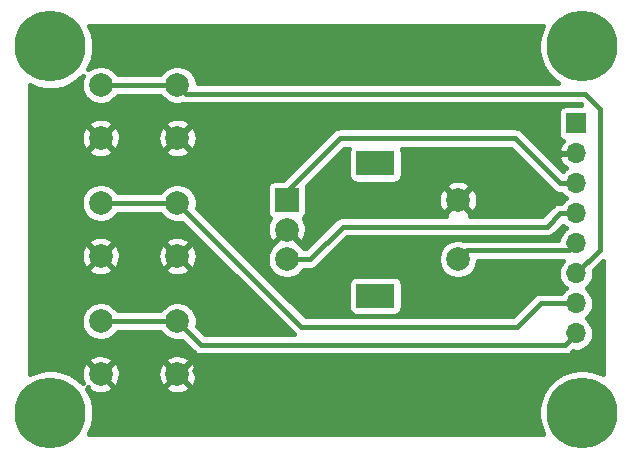
<source format=gbr>
G04 #@! TF.GenerationSoftware,KiCad,Pcbnew,(5.1.5)-3*
G04 #@! TF.CreationDate,2020-04-13T22:53:19+08:00*
G04 #@! TF.ProjectId,encoder_3btn,656e636f-6465-4725-9f33-62746e2e6b69,rev?*
G04 #@! TF.SameCoordinates,Original*
G04 #@! TF.FileFunction,Copper,L1,Top*
G04 #@! TF.FilePolarity,Positive*
%FSLAX46Y46*%
G04 Gerber Fmt 4.6, Leading zero omitted, Abs format (unit mm)*
G04 Created by KiCad (PCBNEW (5.1.5)-3) date 2020-04-13 22:53:19*
%MOMM*%
%LPD*%
G04 APERTURE LIST*
%ADD10C,2.000000*%
%ADD11R,2.000000X2.000000*%
%ADD12R,3.200000X2.000000*%
%ADD13C,6.000000*%
%ADD14C,0.800000*%
%ADD15O,1.700000X1.700000*%
%ADD16R,1.700000X1.700000*%
%ADD17C,1.000000*%
%ADD18C,0.400000*%
G04 APERTURE END LIST*
D10*
X113250000Y-125750000D03*
X113250000Y-130250000D03*
X106750000Y-125750000D03*
X106750000Y-130250000D03*
X113250000Y-115750000D03*
X113250000Y-120250000D03*
X106750000Y-115750000D03*
X106750000Y-120250000D03*
X113250000Y-105750000D03*
X113250000Y-110250000D03*
X106750000Y-105750000D03*
X106750000Y-110250000D03*
D11*
X122500000Y-115500000D03*
D10*
X122500000Y-118000000D03*
X122500000Y-120500000D03*
D12*
X130000000Y-112400000D03*
X130000000Y-123600000D03*
D10*
X137000000Y-115500000D03*
X137000000Y-120500000D03*
D13*
X147500000Y-102500000D03*
D14*
X149750000Y-102500000D03*
X149090990Y-104090990D03*
X147500000Y-104750000D03*
X145909010Y-104090990D03*
X145250000Y-102500000D03*
X145909010Y-100909010D03*
X147500000Y-100250000D03*
X149090990Y-100909010D03*
X104090990Y-100909010D03*
X102500000Y-100250000D03*
X100909010Y-100909010D03*
X100250000Y-102500000D03*
X100909010Y-104090990D03*
X102500000Y-104750000D03*
X104090990Y-104090990D03*
X104750000Y-102500000D03*
D13*
X102500000Y-102500000D03*
X102500000Y-133500000D03*
D14*
X104750000Y-133500000D03*
X104090990Y-135090990D03*
X102500000Y-135750000D03*
X100909010Y-135090990D03*
X100250000Y-133500000D03*
X100909010Y-131909010D03*
X102500000Y-131250000D03*
X104090990Y-131909010D03*
X149090990Y-131909010D03*
X147500000Y-131250000D03*
X145909010Y-131909010D03*
X145250000Y-133500000D03*
X145909010Y-135090990D03*
X147500000Y-135750000D03*
X149090990Y-135090990D03*
X149750000Y-133500000D03*
D13*
X147500000Y-133500000D03*
D15*
X147000000Y-126780000D03*
X147000000Y-124240000D03*
X147000000Y-121700000D03*
X147000000Y-119160000D03*
X147000000Y-116620000D03*
X147000000Y-114080000D03*
X147000000Y-111540000D03*
D16*
X147000000Y-109000000D03*
D17*
X107500000Y-102500000D03*
X112500000Y-102500000D03*
X117500000Y-102500000D03*
X122500000Y-102500000D03*
X127500000Y-102500000D03*
X132500000Y-102500000D03*
X137500000Y-102500000D03*
X142500000Y-102500000D03*
X140000000Y-105000000D03*
X135000000Y-105000000D03*
X130000000Y-105000000D03*
X125000000Y-105000000D03*
X120000000Y-105000000D03*
X110000000Y-110000000D03*
X110000000Y-120000000D03*
X110000000Y-130000000D03*
X102500000Y-107500000D03*
X102500000Y-112500000D03*
X102500000Y-117500000D03*
X102500000Y-122500000D03*
X102500000Y-127500000D03*
X122500000Y-110000000D03*
X127500000Y-115000000D03*
X132500000Y-115000000D03*
X142500000Y-132500000D03*
X107500000Y-132500000D03*
X120000000Y-130000000D03*
X125000000Y-130000000D03*
X130000000Y-130000000D03*
X135000000Y-130000000D03*
X140000000Y-130000000D03*
X145000000Y-130000000D03*
X115000000Y-130000000D03*
X137500000Y-125000000D03*
X137500000Y-112500000D03*
D18*
X122500000Y-114750000D02*
X122500000Y-115500000D01*
X127000000Y-110250000D02*
X122500000Y-114750000D01*
X147000000Y-114080000D02*
X145649700Y-114080000D01*
X141819700Y-110250000D02*
X127000000Y-110250000D01*
X145649700Y-114080000D02*
X141819700Y-110250000D01*
X145649700Y-116620000D02*
X147000000Y-116620000D01*
X144519700Y-117750000D02*
X145649700Y-116620000D01*
X122500000Y-120500000D02*
X124500000Y-120500000D01*
X127250000Y-117750000D02*
X144519700Y-117750000D01*
X124500000Y-120500000D02*
X127250000Y-117750000D01*
X106750000Y-125750000D02*
X113250000Y-125750000D01*
X147000000Y-126780000D02*
X146030000Y-127750000D01*
X115250000Y-127750000D02*
X113250000Y-125750000D01*
X146030000Y-127750000D02*
X115250000Y-127750000D01*
X106750000Y-115750000D02*
X113250000Y-115750000D01*
X142000000Y-126250000D02*
X123750000Y-126250000D01*
X123750000Y-126250000D02*
X113250000Y-115750000D01*
X147000000Y-124240000D02*
X144010000Y-124240000D01*
X144010000Y-124240000D02*
X142000000Y-126250000D01*
X106750000Y-105750000D02*
X113250000Y-105750000D01*
X147750000Y-106500000D02*
X114000000Y-106500000D01*
X147000000Y-121700000D02*
X149000000Y-119700000D01*
X114000000Y-106500000D02*
X113250000Y-105750000D01*
X149000000Y-107750000D02*
X147750000Y-106500000D01*
X149000000Y-119700000D02*
X149000000Y-107750000D01*
X137750000Y-119750000D02*
X137000000Y-120500000D01*
X147000000Y-119160000D02*
X146410000Y-119750000D01*
X146410000Y-119750000D02*
X137750000Y-119750000D01*
G36*
X105115330Y-105254128D02*
G01*
X105050000Y-105582565D01*
X105050000Y-105917435D01*
X105115330Y-106245872D01*
X105243479Y-106555252D01*
X105429523Y-106833687D01*
X105666313Y-107070477D01*
X105944748Y-107256521D01*
X106254128Y-107384670D01*
X106582565Y-107450000D01*
X106917435Y-107450000D01*
X107245872Y-107384670D01*
X107555252Y-107256521D01*
X107833687Y-107070477D01*
X108070477Y-106833687D01*
X108193213Y-106650000D01*
X111806787Y-106650000D01*
X111929523Y-106833687D01*
X112166313Y-107070477D01*
X112444748Y-107256521D01*
X112754128Y-107384670D01*
X113082565Y-107450000D01*
X113417435Y-107450000D01*
X113745872Y-107384670D01*
X113775503Y-107372396D01*
X113823569Y-107386977D01*
X113955793Y-107400000D01*
X113955795Y-107400000D01*
X113999999Y-107404354D01*
X114044203Y-107400000D01*
X147377208Y-107400000D01*
X147423821Y-107446613D01*
X146150000Y-107446613D01*
X146012776Y-107460128D01*
X145880825Y-107500155D01*
X145759219Y-107565155D01*
X145652630Y-107652630D01*
X145565155Y-107759219D01*
X145500155Y-107880825D01*
X145460128Y-108012776D01*
X145446613Y-108150000D01*
X145446613Y-109850000D01*
X145460128Y-109987224D01*
X145500155Y-110119175D01*
X145565155Y-110240781D01*
X145652630Y-110347370D01*
X145759219Y-110434845D01*
X145865593Y-110491703D01*
X145717285Y-110669857D01*
X145572176Y-110936822D01*
X145481937Y-111226967D01*
X145477702Y-111248268D01*
X145625909Y-111490000D01*
X146950000Y-111490000D01*
X146950000Y-111470000D01*
X147050000Y-111470000D01*
X147050000Y-111490000D01*
X147070000Y-111490000D01*
X147070000Y-111590000D01*
X147050000Y-111590000D01*
X147050000Y-111610000D01*
X146950000Y-111610000D01*
X146950000Y-111590000D01*
X145625909Y-111590000D01*
X145477702Y-111831732D01*
X145481937Y-111853033D01*
X145572176Y-112143178D01*
X145717285Y-112410143D01*
X145911689Y-112643669D01*
X146114335Y-112807613D01*
X146011932Y-112876036D01*
X145865230Y-113022738D01*
X142487357Y-109644865D01*
X142459175Y-109610525D01*
X142322132Y-109498057D01*
X142165781Y-109414486D01*
X141996131Y-109363023D01*
X141863907Y-109350000D01*
X141863906Y-109350000D01*
X141819700Y-109345646D01*
X141775494Y-109350000D01*
X127044206Y-109350000D01*
X126999999Y-109345646D01*
X126955793Y-109350000D01*
X126823569Y-109363023D01*
X126653919Y-109414486D01*
X126497568Y-109498057D01*
X126425413Y-109557273D01*
X126394862Y-109582345D01*
X126394860Y-109582347D01*
X126360525Y-109610525D01*
X126332347Y-109644860D01*
X122180595Y-113796613D01*
X121500000Y-113796613D01*
X121362776Y-113810128D01*
X121230825Y-113850155D01*
X121109219Y-113915155D01*
X121002630Y-114002630D01*
X120915155Y-114109219D01*
X120850155Y-114230825D01*
X120810128Y-114362776D01*
X120796613Y-114500000D01*
X120796613Y-116500000D01*
X120810128Y-116637224D01*
X120850155Y-116769175D01*
X120915155Y-116890781D01*
X121002630Y-116997370D01*
X121077275Y-117058629D01*
X120928418Y-117330548D01*
X120828012Y-117650012D01*
X120791860Y-117982925D01*
X120821350Y-118316495D01*
X120915350Y-118637902D01*
X121070247Y-118934795D01*
X121089219Y-118963189D01*
X121381066Y-119048223D01*
X122429289Y-118000000D01*
X122415147Y-117985858D01*
X122485858Y-117915147D01*
X122500000Y-117929289D01*
X122514142Y-117915147D01*
X122584853Y-117985858D01*
X122570711Y-118000000D01*
X123618934Y-119048223D01*
X123910781Y-118963189D01*
X124071582Y-118669452D01*
X124171988Y-118349988D01*
X124208140Y-118017075D01*
X124178650Y-117683505D01*
X124084650Y-117362098D01*
X123929753Y-117065205D01*
X123924426Y-117057233D01*
X123997370Y-116997370D01*
X124084845Y-116890781D01*
X124149845Y-116769175D01*
X124189872Y-116637224D01*
X124203387Y-116500000D01*
X124203387Y-115482925D01*
X135291860Y-115482925D01*
X135321350Y-115816495D01*
X135415350Y-116137902D01*
X135570247Y-116434795D01*
X135589219Y-116463189D01*
X135881066Y-116548223D01*
X136929289Y-115500000D01*
X137070711Y-115500000D01*
X138118934Y-116548223D01*
X138410781Y-116463189D01*
X138571582Y-116169452D01*
X138671988Y-115849988D01*
X138708140Y-115517075D01*
X138678650Y-115183505D01*
X138584650Y-114862098D01*
X138429753Y-114565205D01*
X138410781Y-114536811D01*
X138118934Y-114451777D01*
X137070711Y-115500000D01*
X136929289Y-115500000D01*
X135881066Y-114451777D01*
X135589219Y-114536811D01*
X135428418Y-114830548D01*
X135328012Y-115150012D01*
X135291860Y-115482925D01*
X124203387Y-115482925D01*
X124203387Y-114500000D01*
X124191674Y-114381066D01*
X135951777Y-114381066D01*
X137000000Y-115429289D01*
X138048223Y-114381066D01*
X137963189Y-114089219D01*
X137669452Y-113928418D01*
X137349988Y-113828012D01*
X137017075Y-113791860D01*
X136683505Y-113821350D01*
X136362098Y-113915350D01*
X136065205Y-114070247D01*
X136036811Y-114089219D01*
X135951777Y-114381066D01*
X124191674Y-114381066D01*
X124189872Y-114362776D01*
X124182923Y-114339869D01*
X127372793Y-111150000D01*
X127744338Y-111150000D01*
X127710128Y-111262776D01*
X127696613Y-111400000D01*
X127696613Y-113400000D01*
X127710128Y-113537224D01*
X127750155Y-113669175D01*
X127815155Y-113790781D01*
X127902630Y-113897370D01*
X128009219Y-113984845D01*
X128130825Y-114049845D01*
X128262776Y-114089872D01*
X128400000Y-114103387D01*
X131600000Y-114103387D01*
X131737224Y-114089872D01*
X131869175Y-114049845D01*
X131990781Y-113984845D01*
X132097370Y-113897370D01*
X132184845Y-113790781D01*
X132249845Y-113669175D01*
X132289872Y-113537224D01*
X132303387Y-113400000D01*
X132303387Y-111400000D01*
X132289872Y-111262776D01*
X132255662Y-111150000D01*
X141446908Y-111150000D01*
X144982043Y-114685135D01*
X145010225Y-114719475D01*
X145147268Y-114831943D01*
X145303619Y-114915514D01*
X145473269Y-114966977D01*
X145649700Y-114984354D01*
X145693906Y-114980000D01*
X145737191Y-114980000D01*
X145796036Y-115068068D01*
X146011932Y-115283964D01*
X146110763Y-115350000D01*
X146011932Y-115416036D01*
X145796036Y-115631932D01*
X145737191Y-115720000D01*
X145693896Y-115720000D01*
X145649699Y-115715647D01*
X145605502Y-115720000D01*
X145605493Y-115720000D01*
X145473269Y-115733023D01*
X145303619Y-115784486D01*
X145147268Y-115868057D01*
X145010225Y-115980525D01*
X144982043Y-116014865D01*
X144146908Y-116850000D01*
X137980898Y-116850000D01*
X138048223Y-116618934D01*
X137000000Y-115570711D01*
X135951777Y-116618934D01*
X136019102Y-116850000D01*
X127294203Y-116850000D01*
X127249999Y-116845646D01*
X127205795Y-116850000D01*
X127205793Y-116850000D01*
X127073569Y-116863023D01*
X126903919Y-116914486D01*
X126747568Y-116998057D01*
X126610525Y-117110525D01*
X126582345Y-117144863D01*
X124127208Y-119600000D01*
X123943213Y-119600000D01*
X123820477Y-119416313D01*
X123583687Y-119179523D01*
X123539225Y-119149815D01*
X123548223Y-119118934D01*
X122500000Y-118070711D01*
X121451777Y-119118934D01*
X121460775Y-119149815D01*
X121416313Y-119179523D01*
X121179523Y-119416313D01*
X120993479Y-119694748D01*
X120865330Y-120004128D01*
X120800000Y-120332565D01*
X120800000Y-120667435D01*
X120865330Y-120995872D01*
X120993479Y-121305252D01*
X121179523Y-121583687D01*
X121416313Y-121820477D01*
X121694748Y-122006521D01*
X122004128Y-122134670D01*
X122332565Y-122200000D01*
X122667435Y-122200000D01*
X122995872Y-122134670D01*
X123305252Y-122006521D01*
X123583687Y-121820477D01*
X123820477Y-121583687D01*
X123943213Y-121400000D01*
X124455794Y-121400000D01*
X124500000Y-121404354D01*
X124544206Y-121400000D01*
X124544207Y-121400000D01*
X124676431Y-121386977D01*
X124846081Y-121335514D01*
X125002432Y-121251943D01*
X125139475Y-121139475D01*
X125167657Y-121105135D01*
X127622792Y-118650000D01*
X144475494Y-118650000D01*
X144519700Y-118654354D01*
X144563906Y-118650000D01*
X144563907Y-118650000D01*
X144696131Y-118636977D01*
X144865781Y-118585514D01*
X145022132Y-118501943D01*
X145159175Y-118389475D01*
X145187357Y-118355135D01*
X145865230Y-117677262D01*
X146011932Y-117823964D01*
X146110763Y-117890000D01*
X146011932Y-117956036D01*
X145796036Y-118171932D01*
X145626408Y-118425800D01*
X145509565Y-118707882D01*
X145481296Y-118850000D01*
X137794203Y-118850000D01*
X137749999Y-118845646D01*
X137705795Y-118850000D01*
X137705793Y-118850000D01*
X137573569Y-118863023D01*
X137525503Y-118877604D01*
X137495872Y-118865330D01*
X137167435Y-118800000D01*
X136832565Y-118800000D01*
X136504128Y-118865330D01*
X136194748Y-118993479D01*
X135916313Y-119179523D01*
X135679523Y-119416313D01*
X135493479Y-119694748D01*
X135365330Y-120004128D01*
X135300000Y-120332565D01*
X135300000Y-120667435D01*
X135365330Y-120995872D01*
X135493479Y-121305252D01*
X135679523Y-121583687D01*
X135916313Y-121820477D01*
X136194748Y-122006521D01*
X136504128Y-122134670D01*
X136832565Y-122200000D01*
X137167435Y-122200000D01*
X137495872Y-122134670D01*
X137805252Y-122006521D01*
X138083687Y-121820477D01*
X138320477Y-121583687D01*
X138506521Y-121305252D01*
X138634670Y-120995872D01*
X138700000Y-120667435D01*
X138700000Y-120650000D01*
X145857968Y-120650000D01*
X145796036Y-120711932D01*
X145626408Y-120965800D01*
X145509565Y-121247882D01*
X145450000Y-121547338D01*
X145450000Y-121852662D01*
X145509565Y-122152118D01*
X145626408Y-122434200D01*
X145796036Y-122688068D01*
X146011932Y-122903964D01*
X146110763Y-122970000D01*
X146011932Y-123036036D01*
X145796036Y-123251932D01*
X145737191Y-123340000D01*
X144054203Y-123340000D01*
X144009999Y-123335646D01*
X143965795Y-123340000D01*
X143965793Y-123340000D01*
X143833569Y-123353023D01*
X143663919Y-123404486D01*
X143507568Y-123488057D01*
X143370525Y-123600525D01*
X143342343Y-123634865D01*
X141627208Y-125350000D01*
X124122792Y-125350000D01*
X121372792Y-122600000D01*
X127696613Y-122600000D01*
X127696613Y-124600000D01*
X127710128Y-124737224D01*
X127750155Y-124869175D01*
X127815155Y-124990781D01*
X127902630Y-125097370D01*
X128009219Y-125184845D01*
X128130825Y-125249845D01*
X128262776Y-125289872D01*
X128400000Y-125303387D01*
X131600000Y-125303387D01*
X131737224Y-125289872D01*
X131869175Y-125249845D01*
X131990781Y-125184845D01*
X132097370Y-125097370D01*
X132184845Y-124990781D01*
X132249845Y-124869175D01*
X132289872Y-124737224D01*
X132303387Y-124600000D01*
X132303387Y-122600000D01*
X132289872Y-122462776D01*
X132249845Y-122330825D01*
X132184845Y-122209219D01*
X132097370Y-122102630D01*
X131990781Y-122015155D01*
X131869175Y-121950155D01*
X131737224Y-121910128D01*
X131600000Y-121896613D01*
X128400000Y-121896613D01*
X128262776Y-121910128D01*
X128130825Y-121950155D01*
X128009219Y-122015155D01*
X127902630Y-122102630D01*
X127815155Y-122209219D01*
X127750155Y-122330825D01*
X127710128Y-122462776D01*
X127696613Y-122600000D01*
X121372792Y-122600000D01*
X114906901Y-116134109D01*
X114950000Y-115917435D01*
X114950000Y-115582565D01*
X114884670Y-115254128D01*
X114756521Y-114944748D01*
X114570477Y-114666313D01*
X114333687Y-114429523D01*
X114055252Y-114243479D01*
X113745872Y-114115330D01*
X113417435Y-114050000D01*
X113082565Y-114050000D01*
X112754128Y-114115330D01*
X112444748Y-114243479D01*
X112166313Y-114429523D01*
X111929523Y-114666313D01*
X111806787Y-114850000D01*
X108193213Y-114850000D01*
X108070477Y-114666313D01*
X107833687Y-114429523D01*
X107555252Y-114243479D01*
X107245872Y-114115330D01*
X106917435Y-114050000D01*
X106582565Y-114050000D01*
X106254128Y-114115330D01*
X105944748Y-114243479D01*
X105666313Y-114429523D01*
X105429523Y-114666313D01*
X105243479Y-114944748D01*
X105115330Y-115254128D01*
X105050000Y-115582565D01*
X105050000Y-115917435D01*
X105115330Y-116245872D01*
X105243479Y-116555252D01*
X105429523Y-116833687D01*
X105666313Y-117070477D01*
X105944748Y-117256521D01*
X106254128Y-117384670D01*
X106582565Y-117450000D01*
X106917435Y-117450000D01*
X107245872Y-117384670D01*
X107555252Y-117256521D01*
X107833687Y-117070477D01*
X108070477Y-116833687D01*
X108193213Y-116650000D01*
X111806787Y-116650000D01*
X111929523Y-116833687D01*
X112166313Y-117070477D01*
X112444748Y-117256521D01*
X112754128Y-117384670D01*
X113082565Y-117450000D01*
X113417435Y-117450000D01*
X113634109Y-117406901D01*
X123077208Y-126850000D01*
X115622793Y-126850000D01*
X114906901Y-126134109D01*
X114950000Y-125917435D01*
X114950000Y-125582565D01*
X114884670Y-125254128D01*
X114756521Y-124944748D01*
X114570477Y-124666313D01*
X114333687Y-124429523D01*
X114055252Y-124243479D01*
X113745872Y-124115330D01*
X113417435Y-124050000D01*
X113082565Y-124050000D01*
X112754128Y-124115330D01*
X112444748Y-124243479D01*
X112166313Y-124429523D01*
X111929523Y-124666313D01*
X111806787Y-124850000D01*
X108193213Y-124850000D01*
X108070477Y-124666313D01*
X107833687Y-124429523D01*
X107555252Y-124243479D01*
X107245872Y-124115330D01*
X106917435Y-124050000D01*
X106582565Y-124050000D01*
X106254128Y-124115330D01*
X105944748Y-124243479D01*
X105666313Y-124429523D01*
X105429523Y-124666313D01*
X105243479Y-124944748D01*
X105115330Y-125254128D01*
X105050000Y-125582565D01*
X105050000Y-125917435D01*
X105115330Y-126245872D01*
X105243479Y-126555252D01*
X105429523Y-126833687D01*
X105666313Y-127070477D01*
X105944748Y-127256521D01*
X106254128Y-127384670D01*
X106582565Y-127450000D01*
X106917435Y-127450000D01*
X107245872Y-127384670D01*
X107555252Y-127256521D01*
X107833687Y-127070477D01*
X108070477Y-126833687D01*
X108193213Y-126650000D01*
X111806787Y-126650000D01*
X111929523Y-126833687D01*
X112166313Y-127070477D01*
X112444748Y-127256521D01*
X112754128Y-127384670D01*
X113082565Y-127450000D01*
X113417435Y-127450000D01*
X113634109Y-127406901D01*
X114582347Y-128355140D01*
X114610525Y-128389475D01*
X114644860Y-128417653D01*
X114644862Y-128417655D01*
X114675413Y-128442727D01*
X114747568Y-128501943D01*
X114903919Y-128585514D01*
X115073569Y-128636977D01*
X115205793Y-128650000D01*
X115205795Y-128650000D01*
X115249999Y-128654354D01*
X115294203Y-128650000D01*
X145985794Y-128650000D01*
X146030000Y-128654354D01*
X146074206Y-128650000D01*
X146074207Y-128650000D01*
X146206431Y-128636977D01*
X146376081Y-128585514D01*
X146532432Y-128501943D01*
X146669475Y-128389475D01*
X146697657Y-128355135D01*
X146743455Y-128309337D01*
X146847338Y-128330000D01*
X147152662Y-128330000D01*
X147452118Y-128270435D01*
X147734200Y-128153592D01*
X147988068Y-127983964D01*
X148203964Y-127768068D01*
X148373592Y-127514200D01*
X148490435Y-127232118D01*
X148550000Y-126932662D01*
X148550000Y-126627338D01*
X148490435Y-126327882D01*
X148373592Y-126045800D01*
X148203964Y-125791932D01*
X147988068Y-125576036D01*
X147889237Y-125510000D01*
X147988068Y-125443964D01*
X148203964Y-125228068D01*
X148373592Y-124974200D01*
X148490435Y-124692118D01*
X148550000Y-124392662D01*
X148550000Y-124087338D01*
X148490435Y-123787882D01*
X148373592Y-123505800D01*
X148203964Y-123251932D01*
X147988068Y-123036036D01*
X147889237Y-122970000D01*
X147988068Y-122903964D01*
X148203964Y-122688068D01*
X148373592Y-122434200D01*
X148490435Y-122152118D01*
X148550000Y-121852662D01*
X148550000Y-121547338D01*
X148529337Y-121443456D01*
X149275000Y-120697792D01*
X149275000Y-130236065D01*
X149252607Y-130221102D01*
X148579250Y-129942189D01*
X147864418Y-129800000D01*
X147135582Y-129800000D01*
X146420750Y-129942189D01*
X145747393Y-130221102D01*
X145141387Y-130626022D01*
X144626022Y-131141387D01*
X144221102Y-131747393D01*
X143942189Y-132420750D01*
X143800000Y-133135582D01*
X143800000Y-133864418D01*
X143942189Y-134579250D01*
X144221102Y-135252607D01*
X144236065Y-135275000D01*
X105763935Y-135275000D01*
X105778898Y-135252607D01*
X106057811Y-134579250D01*
X106200000Y-133864418D01*
X106200000Y-133135582D01*
X106057811Y-132420750D01*
X105778898Y-131747393D01*
X105596419Y-131474294D01*
X105701777Y-131368936D01*
X105786811Y-131660781D01*
X106080548Y-131821582D01*
X106400012Y-131921988D01*
X106732925Y-131958140D01*
X107066495Y-131928650D01*
X107387902Y-131834650D01*
X107684795Y-131679753D01*
X107713189Y-131660781D01*
X107798223Y-131368934D01*
X112201777Y-131368934D01*
X112286811Y-131660781D01*
X112580548Y-131821582D01*
X112900012Y-131921988D01*
X113232925Y-131958140D01*
X113566495Y-131928650D01*
X113887902Y-131834650D01*
X114184795Y-131679753D01*
X114213189Y-131660781D01*
X114298223Y-131368934D01*
X113250000Y-130320711D01*
X112201777Y-131368934D01*
X107798223Y-131368934D01*
X106750000Y-130320711D01*
X106735858Y-130334853D01*
X106665147Y-130264142D01*
X106679289Y-130250000D01*
X106820711Y-130250000D01*
X107868934Y-131298223D01*
X108160781Y-131213189D01*
X108321582Y-130919452D01*
X108421988Y-130599988D01*
X108458140Y-130267075D01*
X108455121Y-130232925D01*
X111541860Y-130232925D01*
X111571350Y-130566495D01*
X111665350Y-130887902D01*
X111820247Y-131184795D01*
X111839219Y-131213189D01*
X112131066Y-131298223D01*
X113179289Y-130250000D01*
X113320711Y-130250000D01*
X114368934Y-131298223D01*
X114660781Y-131213189D01*
X114821582Y-130919452D01*
X114921988Y-130599988D01*
X114958140Y-130267075D01*
X114928650Y-129933505D01*
X114834650Y-129612098D01*
X114679753Y-129315205D01*
X114660781Y-129286811D01*
X114368934Y-129201777D01*
X113320711Y-130250000D01*
X113179289Y-130250000D01*
X112131066Y-129201777D01*
X111839219Y-129286811D01*
X111678418Y-129580548D01*
X111578012Y-129900012D01*
X111541860Y-130232925D01*
X108455121Y-130232925D01*
X108428650Y-129933505D01*
X108334650Y-129612098D01*
X108179753Y-129315205D01*
X108160781Y-129286811D01*
X107868934Y-129201777D01*
X106820711Y-130250000D01*
X106679289Y-130250000D01*
X105631066Y-129201777D01*
X105339219Y-129286811D01*
X105178418Y-129580548D01*
X105078012Y-129900012D01*
X105041860Y-130232925D01*
X105071350Y-130566495D01*
X105165350Y-130887902D01*
X105214282Y-130981691D01*
X104858613Y-130626022D01*
X104252607Y-130221102D01*
X103579250Y-129942189D01*
X102864418Y-129800000D01*
X102135582Y-129800000D01*
X101420750Y-129942189D01*
X100747393Y-130221102D01*
X100725000Y-130236065D01*
X100725000Y-129131066D01*
X105701777Y-129131066D01*
X106750000Y-130179289D01*
X107798223Y-129131066D01*
X112201777Y-129131066D01*
X113250000Y-130179289D01*
X114298223Y-129131066D01*
X114213189Y-128839219D01*
X113919452Y-128678418D01*
X113599988Y-128578012D01*
X113267075Y-128541860D01*
X112933505Y-128571350D01*
X112612098Y-128665350D01*
X112315205Y-128820247D01*
X112286811Y-128839219D01*
X112201777Y-129131066D01*
X107798223Y-129131066D01*
X107713189Y-128839219D01*
X107419452Y-128678418D01*
X107099988Y-128578012D01*
X106767075Y-128541860D01*
X106433505Y-128571350D01*
X106112098Y-128665350D01*
X105815205Y-128820247D01*
X105786811Y-128839219D01*
X105701777Y-129131066D01*
X100725000Y-129131066D01*
X100725000Y-121368934D01*
X105701777Y-121368934D01*
X105786811Y-121660781D01*
X106080548Y-121821582D01*
X106400012Y-121921988D01*
X106732925Y-121958140D01*
X107066495Y-121928650D01*
X107387902Y-121834650D01*
X107684795Y-121679753D01*
X107713189Y-121660781D01*
X107798223Y-121368934D01*
X112201777Y-121368934D01*
X112286811Y-121660781D01*
X112580548Y-121821582D01*
X112900012Y-121921988D01*
X113232925Y-121958140D01*
X113566495Y-121928650D01*
X113887902Y-121834650D01*
X114184795Y-121679753D01*
X114213189Y-121660781D01*
X114298223Y-121368934D01*
X113250000Y-120320711D01*
X112201777Y-121368934D01*
X107798223Y-121368934D01*
X106750000Y-120320711D01*
X105701777Y-121368934D01*
X100725000Y-121368934D01*
X100725000Y-120232925D01*
X105041860Y-120232925D01*
X105071350Y-120566495D01*
X105165350Y-120887902D01*
X105320247Y-121184795D01*
X105339219Y-121213189D01*
X105631066Y-121298223D01*
X106679289Y-120250000D01*
X106820711Y-120250000D01*
X107868934Y-121298223D01*
X108160781Y-121213189D01*
X108321582Y-120919452D01*
X108421988Y-120599988D01*
X108458140Y-120267075D01*
X108455121Y-120232925D01*
X111541860Y-120232925D01*
X111571350Y-120566495D01*
X111665350Y-120887902D01*
X111820247Y-121184795D01*
X111839219Y-121213189D01*
X112131066Y-121298223D01*
X113179289Y-120250000D01*
X113320711Y-120250000D01*
X114368934Y-121298223D01*
X114660781Y-121213189D01*
X114821582Y-120919452D01*
X114921988Y-120599988D01*
X114958140Y-120267075D01*
X114928650Y-119933505D01*
X114834650Y-119612098D01*
X114679753Y-119315205D01*
X114660781Y-119286811D01*
X114368934Y-119201777D01*
X113320711Y-120250000D01*
X113179289Y-120250000D01*
X112131066Y-119201777D01*
X111839219Y-119286811D01*
X111678418Y-119580548D01*
X111578012Y-119900012D01*
X111541860Y-120232925D01*
X108455121Y-120232925D01*
X108428650Y-119933505D01*
X108334650Y-119612098D01*
X108179753Y-119315205D01*
X108160781Y-119286811D01*
X107868934Y-119201777D01*
X106820711Y-120250000D01*
X106679289Y-120250000D01*
X105631066Y-119201777D01*
X105339219Y-119286811D01*
X105178418Y-119580548D01*
X105078012Y-119900012D01*
X105041860Y-120232925D01*
X100725000Y-120232925D01*
X100725000Y-119131066D01*
X105701777Y-119131066D01*
X106750000Y-120179289D01*
X107798223Y-119131066D01*
X112201777Y-119131066D01*
X113250000Y-120179289D01*
X114298223Y-119131066D01*
X114213189Y-118839219D01*
X113919452Y-118678418D01*
X113599988Y-118578012D01*
X113267075Y-118541860D01*
X112933505Y-118571350D01*
X112612098Y-118665350D01*
X112315205Y-118820247D01*
X112286811Y-118839219D01*
X112201777Y-119131066D01*
X107798223Y-119131066D01*
X107713189Y-118839219D01*
X107419452Y-118678418D01*
X107099988Y-118578012D01*
X106767075Y-118541860D01*
X106433505Y-118571350D01*
X106112098Y-118665350D01*
X105815205Y-118820247D01*
X105786811Y-118839219D01*
X105701777Y-119131066D01*
X100725000Y-119131066D01*
X100725000Y-111368934D01*
X105701777Y-111368934D01*
X105786811Y-111660781D01*
X106080548Y-111821582D01*
X106400012Y-111921988D01*
X106732925Y-111958140D01*
X107066495Y-111928650D01*
X107387902Y-111834650D01*
X107684795Y-111679753D01*
X107713189Y-111660781D01*
X107798223Y-111368934D01*
X112201777Y-111368934D01*
X112286811Y-111660781D01*
X112580548Y-111821582D01*
X112900012Y-111921988D01*
X113232925Y-111958140D01*
X113566495Y-111928650D01*
X113887902Y-111834650D01*
X114184795Y-111679753D01*
X114213189Y-111660781D01*
X114298223Y-111368934D01*
X113250000Y-110320711D01*
X112201777Y-111368934D01*
X107798223Y-111368934D01*
X106750000Y-110320711D01*
X105701777Y-111368934D01*
X100725000Y-111368934D01*
X100725000Y-110232925D01*
X105041860Y-110232925D01*
X105071350Y-110566495D01*
X105165350Y-110887902D01*
X105320247Y-111184795D01*
X105339219Y-111213189D01*
X105631066Y-111298223D01*
X106679289Y-110250000D01*
X106820711Y-110250000D01*
X107868934Y-111298223D01*
X108160781Y-111213189D01*
X108321582Y-110919452D01*
X108421988Y-110599988D01*
X108458140Y-110267075D01*
X108455121Y-110232925D01*
X111541860Y-110232925D01*
X111571350Y-110566495D01*
X111665350Y-110887902D01*
X111820247Y-111184795D01*
X111839219Y-111213189D01*
X112131066Y-111298223D01*
X113179289Y-110250000D01*
X113320711Y-110250000D01*
X114368934Y-111298223D01*
X114660781Y-111213189D01*
X114821582Y-110919452D01*
X114921988Y-110599988D01*
X114958140Y-110267075D01*
X114928650Y-109933505D01*
X114834650Y-109612098D01*
X114679753Y-109315205D01*
X114660781Y-109286811D01*
X114368934Y-109201777D01*
X113320711Y-110250000D01*
X113179289Y-110250000D01*
X112131066Y-109201777D01*
X111839219Y-109286811D01*
X111678418Y-109580548D01*
X111578012Y-109900012D01*
X111541860Y-110232925D01*
X108455121Y-110232925D01*
X108428650Y-109933505D01*
X108334650Y-109612098D01*
X108179753Y-109315205D01*
X108160781Y-109286811D01*
X107868934Y-109201777D01*
X106820711Y-110250000D01*
X106679289Y-110250000D01*
X105631066Y-109201777D01*
X105339219Y-109286811D01*
X105178418Y-109580548D01*
X105078012Y-109900012D01*
X105041860Y-110232925D01*
X100725000Y-110232925D01*
X100725000Y-109131066D01*
X105701777Y-109131066D01*
X106750000Y-110179289D01*
X107798223Y-109131066D01*
X112201777Y-109131066D01*
X113250000Y-110179289D01*
X114298223Y-109131066D01*
X114213189Y-108839219D01*
X113919452Y-108678418D01*
X113599988Y-108578012D01*
X113267075Y-108541860D01*
X112933505Y-108571350D01*
X112612098Y-108665350D01*
X112315205Y-108820247D01*
X112286811Y-108839219D01*
X112201777Y-109131066D01*
X107798223Y-109131066D01*
X107713189Y-108839219D01*
X107419452Y-108678418D01*
X107099988Y-108578012D01*
X106767075Y-108541860D01*
X106433505Y-108571350D01*
X106112098Y-108665350D01*
X105815205Y-108820247D01*
X105786811Y-108839219D01*
X105701777Y-109131066D01*
X100725000Y-109131066D01*
X100725000Y-105763935D01*
X100747393Y-105778898D01*
X101420750Y-106057811D01*
X102135582Y-106200000D01*
X102864418Y-106200000D01*
X103579250Y-106057811D01*
X104252607Y-105778898D01*
X104858613Y-105373978D01*
X105212109Y-105020482D01*
X105115330Y-105254128D01*
G37*
X105115330Y-105254128D02*
X105050000Y-105582565D01*
X105050000Y-105917435D01*
X105115330Y-106245872D01*
X105243479Y-106555252D01*
X105429523Y-106833687D01*
X105666313Y-107070477D01*
X105944748Y-107256521D01*
X106254128Y-107384670D01*
X106582565Y-107450000D01*
X106917435Y-107450000D01*
X107245872Y-107384670D01*
X107555252Y-107256521D01*
X107833687Y-107070477D01*
X108070477Y-106833687D01*
X108193213Y-106650000D01*
X111806787Y-106650000D01*
X111929523Y-106833687D01*
X112166313Y-107070477D01*
X112444748Y-107256521D01*
X112754128Y-107384670D01*
X113082565Y-107450000D01*
X113417435Y-107450000D01*
X113745872Y-107384670D01*
X113775503Y-107372396D01*
X113823569Y-107386977D01*
X113955793Y-107400000D01*
X113955795Y-107400000D01*
X113999999Y-107404354D01*
X114044203Y-107400000D01*
X147377208Y-107400000D01*
X147423821Y-107446613D01*
X146150000Y-107446613D01*
X146012776Y-107460128D01*
X145880825Y-107500155D01*
X145759219Y-107565155D01*
X145652630Y-107652630D01*
X145565155Y-107759219D01*
X145500155Y-107880825D01*
X145460128Y-108012776D01*
X145446613Y-108150000D01*
X145446613Y-109850000D01*
X145460128Y-109987224D01*
X145500155Y-110119175D01*
X145565155Y-110240781D01*
X145652630Y-110347370D01*
X145759219Y-110434845D01*
X145865593Y-110491703D01*
X145717285Y-110669857D01*
X145572176Y-110936822D01*
X145481937Y-111226967D01*
X145477702Y-111248268D01*
X145625909Y-111490000D01*
X146950000Y-111490000D01*
X146950000Y-111470000D01*
X147050000Y-111470000D01*
X147050000Y-111490000D01*
X147070000Y-111490000D01*
X147070000Y-111590000D01*
X147050000Y-111590000D01*
X147050000Y-111610000D01*
X146950000Y-111610000D01*
X146950000Y-111590000D01*
X145625909Y-111590000D01*
X145477702Y-111831732D01*
X145481937Y-111853033D01*
X145572176Y-112143178D01*
X145717285Y-112410143D01*
X145911689Y-112643669D01*
X146114335Y-112807613D01*
X146011932Y-112876036D01*
X145865230Y-113022738D01*
X142487357Y-109644865D01*
X142459175Y-109610525D01*
X142322132Y-109498057D01*
X142165781Y-109414486D01*
X141996131Y-109363023D01*
X141863907Y-109350000D01*
X141863906Y-109350000D01*
X141819700Y-109345646D01*
X141775494Y-109350000D01*
X127044206Y-109350000D01*
X126999999Y-109345646D01*
X126955793Y-109350000D01*
X126823569Y-109363023D01*
X126653919Y-109414486D01*
X126497568Y-109498057D01*
X126425413Y-109557273D01*
X126394862Y-109582345D01*
X126394860Y-109582347D01*
X126360525Y-109610525D01*
X126332347Y-109644860D01*
X122180595Y-113796613D01*
X121500000Y-113796613D01*
X121362776Y-113810128D01*
X121230825Y-113850155D01*
X121109219Y-113915155D01*
X121002630Y-114002630D01*
X120915155Y-114109219D01*
X120850155Y-114230825D01*
X120810128Y-114362776D01*
X120796613Y-114500000D01*
X120796613Y-116500000D01*
X120810128Y-116637224D01*
X120850155Y-116769175D01*
X120915155Y-116890781D01*
X121002630Y-116997370D01*
X121077275Y-117058629D01*
X120928418Y-117330548D01*
X120828012Y-117650012D01*
X120791860Y-117982925D01*
X120821350Y-118316495D01*
X120915350Y-118637902D01*
X121070247Y-118934795D01*
X121089219Y-118963189D01*
X121381066Y-119048223D01*
X122429289Y-118000000D01*
X122415147Y-117985858D01*
X122485858Y-117915147D01*
X122500000Y-117929289D01*
X122514142Y-117915147D01*
X122584853Y-117985858D01*
X122570711Y-118000000D01*
X123618934Y-119048223D01*
X123910781Y-118963189D01*
X124071582Y-118669452D01*
X124171988Y-118349988D01*
X124208140Y-118017075D01*
X124178650Y-117683505D01*
X124084650Y-117362098D01*
X123929753Y-117065205D01*
X123924426Y-117057233D01*
X123997370Y-116997370D01*
X124084845Y-116890781D01*
X124149845Y-116769175D01*
X124189872Y-116637224D01*
X124203387Y-116500000D01*
X124203387Y-115482925D01*
X135291860Y-115482925D01*
X135321350Y-115816495D01*
X135415350Y-116137902D01*
X135570247Y-116434795D01*
X135589219Y-116463189D01*
X135881066Y-116548223D01*
X136929289Y-115500000D01*
X137070711Y-115500000D01*
X138118934Y-116548223D01*
X138410781Y-116463189D01*
X138571582Y-116169452D01*
X138671988Y-115849988D01*
X138708140Y-115517075D01*
X138678650Y-115183505D01*
X138584650Y-114862098D01*
X138429753Y-114565205D01*
X138410781Y-114536811D01*
X138118934Y-114451777D01*
X137070711Y-115500000D01*
X136929289Y-115500000D01*
X135881066Y-114451777D01*
X135589219Y-114536811D01*
X135428418Y-114830548D01*
X135328012Y-115150012D01*
X135291860Y-115482925D01*
X124203387Y-115482925D01*
X124203387Y-114500000D01*
X124191674Y-114381066D01*
X135951777Y-114381066D01*
X137000000Y-115429289D01*
X138048223Y-114381066D01*
X137963189Y-114089219D01*
X137669452Y-113928418D01*
X137349988Y-113828012D01*
X137017075Y-113791860D01*
X136683505Y-113821350D01*
X136362098Y-113915350D01*
X136065205Y-114070247D01*
X136036811Y-114089219D01*
X135951777Y-114381066D01*
X124191674Y-114381066D01*
X124189872Y-114362776D01*
X124182923Y-114339869D01*
X127372793Y-111150000D01*
X127744338Y-111150000D01*
X127710128Y-111262776D01*
X127696613Y-111400000D01*
X127696613Y-113400000D01*
X127710128Y-113537224D01*
X127750155Y-113669175D01*
X127815155Y-113790781D01*
X127902630Y-113897370D01*
X128009219Y-113984845D01*
X128130825Y-114049845D01*
X128262776Y-114089872D01*
X128400000Y-114103387D01*
X131600000Y-114103387D01*
X131737224Y-114089872D01*
X131869175Y-114049845D01*
X131990781Y-113984845D01*
X132097370Y-113897370D01*
X132184845Y-113790781D01*
X132249845Y-113669175D01*
X132289872Y-113537224D01*
X132303387Y-113400000D01*
X132303387Y-111400000D01*
X132289872Y-111262776D01*
X132255662Y-111150000D01*
X141446908Y-111150000D01*
X144982043Y-114685135D01*
X145010225Y-114719475D01*
X145147268Y-114831943D01*
X145303619Y-114915514D01*
X145473269Y-114966977D01*
X145649700Y-114984354D01*
X145693906Y-114980000D01*
X145737191Y-114980000D01*
X145796036Y-115068068D01*
X146011932Y-115283964D01*
X146110763Y-115350000D01*
X146011932Y-115416036D01*
X145796036Y-115631932D01*
X145737191Y-115720000D01*
X145693896Y-115720000D01*
X145649699Y-115715647D01*
X145605502Y-115720000D01*
X145605493Y-115720000D01*
X145473269Y-115733023D01*
X145303619Y-115784486D01*
X145147268Y-115868057D01*
X145010225Y-115980525D01*
X144982043Y-116014865D01*
X144146908Y-116850000D01*
X137980898Y-116850000D01*
X138048223Y-116618934D01*
X137000000Y-115570711D01*
X135951777Y-116618934D01*
X136019102Y-116850000D01*
X127294203Y-116850000D01*
X127249999Y-116845646D01*
X127205795Y-116850000D01*
X127205793Y-116850000D01*
X127073569Y-116863023D01*
X126903919Y-116914486D01*
X126747568Y-116998057D01*
X126610525Y-117110525D01*
X126582345Y-117144863D01*
X124127208Y-119600000D01*
X123943213Y-119600000D01*
X123820477Y-119416313D01*
X123583687Y-119179523D01*
X123539225Y-119149815D01*
X123548223Y-119118934D01*
X122500000Y-118070711D01*
X121451777Y-119118934D01*
X121460775Y-119149815D01*
X121416313Y-119179523D01*
X121179523Y-119416313D01*
X120993479Y-119694748D01*
X120865330Y-120004128D01*
X120800000Y-120332565D01*
X120800000Y-120667435D01*
X120865330Y-120995872D01*
X120993479Y-121305252D01*
X121179523Y-121583687D01*
X121416313Y-121820477D01*
X121694748Y-122006521D01*
X122004128Y-122134670D01*
X122332565Y-122200000D01*
X122667435Y-122200000D01*
X122995872Y-122134670D01*
X123305252Y-122006521D01*
X123583687Y-121820477D01*
X123820477Y-121583687D01*
X123943213Y-121400000D01*
X124455794Y-121400000D01*
X124500000Y-121404354D01*
X124544206Y-121400000D01*
X124544207Y-121400000D01*
X124676431Y-121386977D01*
X124846081Y-121335514D01*
X125002432Y-121251943D01*
X125139475Y-121139475D01*
X125167657Y-121105135D01*
X127622792Y-118650000D01*
X144475494Y-118650000D01*
X144519700Y-118654354D01*
X144563906Y-118650000D01*
X144563907Y-118650000D01*
X144696131Y-118636977D01*
X144865781Y-118585514D01*
X145022132Y-118501943D01*
X145159175Y-118389475D01*
X145187357Y-118355135D01*
X145865230Y-117677262D01*
X146011932Y-117823964D01*
X146110763Y-117890000D01*
X146011932Y-117956036D01*
X145796036Y-118171932D01*
X145626408Y-118425800D01*
X145509565Y-118707882D01*
X145481296Y-118850000D01*
X137794203Y-118850000D01*
X137749999Y-118845646D01*
X137705795Y-118850000D01*
X137705793Y-118850000D01*
X137573569Y-118863023D01*
X137525503Y-118877604D01*
X137495872Y-118865330D01*
X137167435Y-118800000D01*
X136832565Y-118800000D01*
X136504128Y-118865330D01*
X136194748Y-118993479D01*
X135916313Y-119179523D01*
X135679523Y-119416313D01*
X135493479Y-119694748D01*
X135365330Y-120004128D01*
X135300000Y-120332565D01*
X135300000Y-120667435D01*
X135365330Y-120995872D01*
X135493479Y-121305252D01*
X135679523Y-121583687D01*
X135916313Y-121820477D01*
X136194748Y-122006521D01*
X136504128Y-122134670D01*
X136832565Y-122200000D01*
X137167435Y-122200000D01*
X137495872Y-122134670D01*
X137805252Y-122006521D01*
X138083687Y-121820477D01*
X138320477Y-121583687D01*
X138506521Y-121305252D01*
X138634670Y-120995872D01*
X138700000Y-120667435D01*
X138700000Y-120650000D01*
X145857968Y-120650000D01*
X145796036Y-120711932D01*
X145626408Y-120965800D01*
X145509565Y-121247882D01*
X145450000Y-121547338D01*
X145450000Y-121852662D01*
X145509565Y-122152118D01*
X145626408Y-122434200D01*
X145796036Y-122688068D01*
X146011932Y-122903964D01*
X146110763Y-122970000D01*
X146011932Y-123036036D01*
X145796036Y-123251932D01*
X145737191Y-123340000D01*
X144054203Y-123340000D01*
X144009999Y-123335646D01*
X143965795Y-123340000D01*
X143965793Y-123340000D01*
X143833569Y-123353023D01*
X143663919Y-123404486D01*
X143507568Y-123488057D01*
X143370525Y-123600525D01*
X143342343Y-123634865D01*
X141627208Y-125350000D01*
X124122792Y-125350000D01*
X121372792Y-122600000D01*
X127696613Y-122600000D01*
X127696613Y-124600000D01*
X127710128Y-124737224D01*
X127750155Y-124869175D01*
X127815155Y-124990781D01*
X127902630Y-125097370D01*
X128009219Y-125184845D01*
X128130825Y-125249845D01*
X128262776Y-125289872D01*
X128400000Y-125303387D01*
X131600000Y-125303387D01*
X131737224Y-125289872D01*
X131869175Y-125249845D01*
X131990781Y-125184845D01*
X132097370Y-125097370D01*
X132184845Y-124990781D01*
X132249845Y-124869175D01*
X132289872Y-124737224D01*
X132303387Y-124600000D01*
X132303387Y-122600000D01*
X132289872Y-122462776D01*
X132249845Y-122330825D01*
X132184845Y-122209219D01*
X132097370Y-122102630D01*
X131990781Y-122015155D01*
X131869175Y-121950155D01*
X131737224Y-121910128D01*
X131600000Y-121896613D01*
X128400000Y-121896613D01*
X128262776Y-121910128D01*
X128130825Y-121950155D01*
X128009219Y-122015155D01*
X127902630Y-122102630D01*
X127815155Y-122209219D01*
X127750155Y-122330825D01*
X127710128Y-122462776D01*
X127696613Y-122600000D01*
X121372792Y-122600000D01*
X114906901Y-116134109D01*
X114950000Y-115917435D01*
X114950000Y-115582565D01*
X114884670Y-115254128D01*
X114756521Y-114944748D01*
X114570477Y-114666313D01*
X114333687Y-114429523D01*
X114055252Y-114243479D01*
X113745872Y-114115330D01*
X113417435Y-114050000D01*
X113082565Y-114050000D01*
X112754128Y-114115330D01*
X112444748Y-114243479D01*
X112166313Y-114429523D01*
X111929523Y-114666313D01*
X111806787Y-114850000D01*
X108193213Y-114850000D01*
X108070477Y-114666313D01*
X107833687Y-114429523D01*
X107555252Y-114243479D01*
X107245872Y-114115330D01*
X106917435Y-114050000D01*
X106582565Y-114050000D01*
X106254128Y-114115330D01*
X105944748Y-114243479D01*
X105666313Y-114429523D01*
X105429523Y-114666313D01*
X105243479Y-114944748D01*
X105115330Y-115254128D01*
X105050000Y-115582565D01*
X105050000Y-115917435D01*
X105115330Y-116245872D01*
X105243479Y-116555252D01*
X105429523Y-116833687D01*
X105666313Y-117070477D01*
X105944748Y-117256521D01*
X106254128Y-117384670D01*
X106582565Y-117450000D01*
X106917435Y-117450000D01*
X107245872Y-117384670D01*
X107555252Y-117256521D01*
X107833687Y-117070477D01*
X108070477Y-116833687D01*
X108193213Y-116650000D01*
X111806787Y-116650000D01*
X111929523Y-116833687D01*
X112166313Y-117070477D01*
X112444748Y-117256521D01*
X112754128Y-117384670D01*
X113082565Y-117450000D01*
X113417435Y-117450000D01*
X113634109Y-117406901D01*
X123077208Y-126850000D01*
X115622793Y-126850000D01*
X114906901Y-126134109D01*
X114950000Y-125917435D01*
X114950000Y-125582565D01*
X114884670Y-125254128D01*
X114756521Y-124944748D01*
X114570477Y-124666313D01*
X114333687Y-124429523D01*
X114055252Y-124243479D01*
X113745872Y-124115330D01*
X113417435Y-124050000D01*
X113082565Y-124050000D01*
X112754128Y-124115330D01*
X112444748Y-124243479D01*
X112166313Y-124429523D01*
X111929523Y-124666313D01*
X111806787Y-124850000D01*
X108193213Y-124850000D01*
X108070477Y-124666313D01*
X107833687Y-124429523D01*
X107555252Y-124243479D01*
X107245872Y-124115330D01*
X106917435Y-124050000D01*
X106582565Y-124050000D01*
X106254128Y-124115330D01*
X105944748Y-124243479D01*
X105666313Y-124429523D01*
X105429523Y-124666313D01*
X105243479Y-124944748D01*
X105115330Y-125254128D01*
X105050000Y-125582565D01*
X105050000Y-125917435D01*
X105115330Y-126245872D01*
X105243479Y-126555252D01*
X105429523Y-126833687D01*
X105666313Y-127070477D01*
X105944748Y-127256521D01*
X106254128Y-127384670D01*
X106582565Y-127450000D01*
X106917435Y-127450000D01*
X107245872Y-127384670D01*
X107555252Y-127256521D01*
X107833687Y-127070477D01*
X108070477Y-126833687D01*
X108193213Y-126650000D01*
X111806787Y-126650000D01*
X111929523Y-126833687D01*
X112166313Y-127070477D01*
X112444748Y-127256521D01*
X112754128Y-127384670D01*
X113082565Y-127450000D01*
X113417435Y-127450000D01*
X113634109Y-127406901D01*
X114582347Y-128355140D01*
X114610525Y-128389475D01*
X114644860Y-128417653D01*
X114644862Y-128417655D01*
X114675413Y-128442727D01*
X114747568Y-128501943D01*
X114903919Y-128585514D01*
X115073569Y-128636977D01*
X115205793Y-128650000D01*
X115205795Y-128650000D01*
X115249999Y-128654354D01*
X115294203Y-128650000D01*
X145985794Y-128650000D01*
X146030000Y-128654354D01*
X146074206Y-128650000D01*
X146074207Y-128650000D01*
X146206431Y-128636977D01*
X146376081Y-128585514D01*
X146532432Y-128501943D01*
X146669475Y-128389475D01*
X146697657Y-128355135D01*
X146743455Y-128309337D01*
X146847338Y-128330000D01*
X147152662Y-128330000D01*
X147452118Y-128270435D01*
X147734200Y-128153592D01*
X147988068Y-127983964D01*
X148203964Y-127768068D01*
X148373592Y-127514200D01*
X148490435Y-127232118D01*
X148550000Y-126932662D01*
X148550000Y-126627338D01*
X148490435Y-126327882D01*
X148373592Y-126045800D01*
X148203964Y-125791932D01*
X147988068Y-125576036D01*
X147889237Y-125510000D01*
X147988068Y-125443964D01*
X148203964Y-125228068D01*
X148373592Y-124974200D01*
X148490435Y-124692118D01*
X148550000Y-124392662D01*
X148550000Y-124087338D01*
X148490435Y-123787882D01*
X148373592Y-123505800D01*
X148203964Y-123251932D01*
X147988068Y-123036036D01*
X147889237Y-122970000D01*
X147988068Y-122903964D01*
X148203964Y-122688068D01*
X148373592Y-122434200D01*
X148490435Y-122152118D01*
X148550000Y-121852662D01*
X148550000Y-121547338D01*
X148529337Y-121443456D01*
X149275000Y-120697792D01*
X149275000Y-130236065D01*
X149252607Y-130221102D01*
X148579250Y-129942189D01*
X147864418Y-129800000D01*
X147135582Y-129800000D01*
X146420750Y-129942189D01*
X145747393Y-130221102D01*
X145141387Y-130626022D01*
X144626022Y-131141387D01*
X144221102Y-131747393D01*
X143942189Y-132420750D01*
X143800000Y-133135582D01*
X143800000Y-133864418D01*
X143942189Y-134579250D01*
X144221102Y-135252607D01*
X144236065Y-135275000D01*
X105763935Y-135275000D01*
X105778898Y-135252607D01*
X106057811Y-134579250D01*
X106200000Y-133864418D01*
X106200000Y-133135582D01*
X106057811Y-132420750D01*
X105778898Y-131747393D01*
X105596419Y-131474294D01*
X105701777Y-131368936D01*
X105786811Y-131660781D01*
X106080548Y-131821582D01*
X106400012Y-131921988D01*
X106732925Y-131958140D01*
X107066495Y-131928650D01*
X107387902Y-131834650D01*
X107684795Y-131679753D01*
X107713189Y-131660781D01*
X107798223Y-131368934D01*
X112201777Y-131368934D01*
X112286811Y-131660781D01*
X112580548Y-131821582D01*
X112900012Y-131921988D01*
X113232925Y-131958140D01*
X113566495Y-131928650D01*
X113887902Y-131834650D01*
X114184795Y-131679753D01*
X114213189Y-131660781D01*
X114298223Y-131368934D01*
X113250000Y-130320711D01*
X112201777Y-131368934D01*
X107798223Y-131368934D01*
X106750000Y-130320711D01*
X106735858Y-130334853D01*
X106665147Y-130264142D01*
X106679289Y-130250000D01*
X106820711Y-130250000D01*
X107868934Y-131298223D01*
X108160781Y-131213189D01*
X108321582Y-130919452D01*
X108421988Y-130599988D01*
X108458140Y-130267075D01*
X108455121Y-130232925D01*
X111541860Y-130232925D01*
X111571350Y-130566495D01*
X111665350Y-130887902D01*
X111820247Y-131184795D01*
X111839219Y-131213189D01*
X112131066Y-131298223D01*
X113179289Y-130250000D01*
X113320711Y-130250000D01*
X114368934Y-131298223D01*
X114660781Y-131213189D01*
X114821582Y-130919452D01*
X114921988Y-130599988D01*
X114958140Y-130267075D01*
X114928650Y-129933505D01*
X114834650Y-129612098D01*
X114679753Y-129315205D01*
X114660781Y-129286811D01*
X114368934Y-129201777D01*
X113320711Y-130250000D01*
X113179289Y-130250000D01*
X112131066Y-129201777D01*
X111839219Y-129286811D01*
X111678418Y-129580548D01*
X111578012Y-129900012D01*
X111541860Y-130232925D01*
X108455121Y-130232925D01*
X108428650Y-129933505D01*
X108334650Y-129612098D01*
X108179753Y-129315205D01*
X108160781Y-129286811D01*
X107868934Y-129201777D01*
X106820711Y-130250000D01*
X106679289Y-130250000D01*
X105631066Y-129201777D01*
X105339219Y-129286811D01*
X105178418Y-129580548D01*
X105078012Y-129900012D01*
X105041860Y-130232925D01*
X105071350Y-130566495D01*
X105165350Y-130887902D01*
X105214282Y-130981691D01*
X104858613Y-130626022D01*
X104252607Y-130221102D01*
X103579250Y-129942189D01*
X102864418Y-129800000D01*
X102135582Y-129800000D01*
X101420750Y-129942189D01*
X100747393Y-130221102D01*
X100725000Y-130236065D01*
X100725000Y-129131066D01*
X105701777Y-129131066D01*
X106750000Y-130179289D01*
X107798223Y-129131066D01*
X112201777Y-129131066D01*
X113250000Y-130179289D01*
X114298223Y-129131066D01*
X114213189Y-128839219D01*
X113919452Y-128678418D01*
X113599988Y-128578012D01*
X113267075Y-128541860D01*
X112933505Y-128571350D01*
X112612098Y-128665350D01*
X112315205Y-128820247D01*
X112286811Y-128839219D01*
X112201777Y-129131066D01*
X107798223Y-129131066D01*
X107713189Y-128839219D01*
X107419452Y-128678418D01*
X107099988Y-128578012D01*
X106767075Y-128541860D01*
X106433505Y-128571350D01*
X106112098Y-128665350D01*
X105815205Y-128820247D01*
X105786811Y-128839219D01*
X105701777Y-129131066D01*
X100725000Y-129131066D01*
X100725000Y-121368934D01*
X105701777Y-121368934D01*
X105786811Y-121660781D01*
X106080548Y-121821582D01*
X106400012Y-121921988D01*
X106732925Y-121958140D01*
X107066495Y-121928650D01*
X107387902Y-121834650D01*
X107684795Y-121679753D01*
X107713189Y-121660781D01*
X107798223Y-121368934D01*
X112201777Y-121368934D01*
X112286811Y-121660781D01*
X112580548Y-121821582D01*
X112900012Y-121921988D01*
X113232925Y-121958140D01*
X113566495Y-121928650D01*
X113887902Y-121834650D01*
X114184795Y-121679753D01*
X114213189Y-121660781D01*
X114298223Y-121368934D01*
X113250000Y-120320711D01*
X112201777Y-121368934D01*
X107798223Y-121368934D01*
X106750000Y-120320711D01*
X105701777Y-121368934D01*
X100725000Y-121368934D01*
X100725000Y-120232925D01*
X105041860Y-120232925D01*
X105071350Y-120566495D01*
X105165350Y-120887902D01*
X105320247Y-121184795D01*
X105339219Y-121213189D01*
X105631066Y-121298223D01*
X106679289Y-120250000D01*
X106820711Y-120250000D01*
X107868934Y-121298223D01*
X108160781Y-121213189D01*
X108321582Y-120919452D01*
X108421988Y-120599988D01*
X108458140Y-120267075D01*
X108455121Y-120232925D01*
X111541860Y-120232925D01*
X111571350Y-120566495D01*
X111665350Y-120887902D01*
X111820247Y-121184795D01*
X111839219Y-121213189D01*
X112131066Y-121298223D01*
X113179289Y-120250000D01*
X113320711Y-120250000D01*
X114368934Y-121298223D01*
X114660781Y-121213189D01*
X114821582Y-120919452D01*
X114921988Y-120599988D01*
X114958140Y-120267075D01*
X114928650Y-119933505D01*
X114834650Y-119612098D01*
X114679753Y-119315205D01*
X114660781Y-119286811D01*
X114368934Y-119201777D01*
X113320711Y-120250000D01*
X113179289Y-120250000D01*
X112131066Y-119201777D01*
X111839219Y-119286811D01*
X111678418Y-119580548D01*
X111578012Y-119900012D01*
X111541860Y-120232925D01*
X108455121Y-120232925D01*
X108428650Y-119933505D01*
X108334650Y-119612098D01*
X108179753Y-119315205D01*
X108160781Y-119286811D01*
X107868934Y-119201777D01*
X106820711Y-120250000D01*
X106679289Y-120250000D01*
X105631066Y-119201777D01*
X105339219Y-119286811D01*
X105178418Y-119580548D01*
X105078012Y-119900012D01*
X105041860Y-120232925D01*
X100725000Y-120232925D01*
X100725000Y-119131066D01*
X105701777Y-119131066D01*
X106750000Y-120179289D01*
X107798223Y-119131066D01*
X112201777Y-119131066D01*
X113250000Y-120179289D01*
X114298223Y-119131066D01*
X114213189Y-118839219D01*
X113919452Y-118678418D01*
X113599988Y-118578012D01*
X113267075Y-118541860D01*
X112933505Y-118571350D01*
X112612098Y-118665350D01*
X112315205Y-118820247D01*
X112286811Y-118839219D01*
X112201777Y-119131066D01*
X107798223Y-119131066D01*
X107713189Y-118839219D01*
X107419452Y-118678418D01*
X107099988Y-118578012D01*
X106767075Y-118541860D01*
X106433505Y-118571350D01*
X106112098Y-118665350D01*
X105815205Y-118820247D01*
X105786811Y-118839219D01*
X105701777Y-119131066D01*
X100725000Y-119131066D01*
X100725000Y-111368934D01*
X105701777Y-111368934D01*
X105786811Y-111660781D01*
X106080548Y-111821582D01*
X106400012Y-111921988D01*
X106732925Y-111958140D01*
X107066495Y-111928650D01*
X107387902Y-111834650D01*
X107684795Y-111679753D01*
X107713189Y-111660781D01*
X107798223Y-111368934D01*
X112201777Y-111368934D01*
X112286811Y-111660781D01*
X112580548Y-111821582D01*
X112900012Y-111921988D01*
X113232925Y-111958140D01*
X113566495Y-111928650D01*
X113887902Y-111834650D01*
X114184795Y-111679753D01*
X114213189Y-111660781D01*
X114298223Y-111368934D01*
X113250000Y-110320711D01*
X112201777Y-111368934D01*
X107798223Y-111368934D01*
X106750000Y-110320711D01*
X105701777Y-111368934D01*
X100725000Y-111368934D01*
X100725000Y-110232925D01*
X105041860Y-110232925D01*
X105071350Y-110566495D01*
X105165350Y-110887902D01*
X105320247Y-111184795D01*
X105339219Y-111213189D01*
X105631066Y-111298223D01*
X106679289Y-110250000D01*
X106820711Y-110250000D01*
X107868934Y-111298223D01*
X108160781Y-111213189D01*
X108321582Y-110919452D01*
X108421988Y-110599988D01*
X108458140Y-110267075D01*
X108455121Y-110232925D01*
X111541860Y-110232925D01*
X111571350Y-110566495D01*
X111665350Y-110887902D01*
X111820247Y-111184795D01*
X111839219Y-111213189D01*
X112131066Y-111298223D01*
X113179289Y-110250000D01*
X113320711Y-110250000D01*
X114368934Y-111298223D01*
X114660781Y-111213189D01*
X114821582Y-110919452D01*
X114921988Y-110599988D01*
X114958140Y-110267075D01*
X114928650Y-109933505D01*
X114834650Y-109612098D01*
X114679753Y-109315205D01*
X114660781Y-109286811D01*
X114368934Y-109201777D01*
X113320711Y-110250000D01*
X113179289Y-110250000D01*
X112131066Y-109201777D01*
X111839219Y-109286811D01*
X111678418Y-109580548D01*
X111578012Y-109900012D01*
X111541860Y-110232925D01*
X108455121Y-110232925D01*
X108428650Y-109933505D01*
X108334650Y-109612098D01*
X108179753Y-109315205D01*
X108160781Y-109286811D01*
X107868934Y-109201777D01*
X106820711Y-110250000D01*
X106679289Y-110250000D01*
X105631066Y-109201777D01*
X105339219Y-109286811D01*
X105178418Y-109580548D01*
X105078012Y-109900012D01*
X105041860Y-110232925D01*
X100725000Y-110232925D01*
X100725000Y-109131066D01*
X105701777Y-109131066D01*
X106750000Y-110179289D01*
X107798223Y-109131066D01*
X112201777Y-109131066D01*
X113250000Y-110179289D01*
X114298223Y-109131066D01*
X114213189Y-108839219D01*
X113919452Y-108678418D01*
X113599988Y-108578012D01*
X113267075Y-108541860D01*
X112933505Y-108571350D01*
X112612098Y-108665350D01*
X112315205Y-108820247D01*
X112286811Y-108839219D01*
X112201777Y-109131066D01*
X107798223Y-109131066D01*
X107713189Y-108839219D01*
X107419452Y-108678418D01*
X107099988Y-108578012D01*
X106767075Y-108541860D01*
X106433505Y-108571350D01*
X106112098Y-108665350D01*
X105815205Y-108820247D01*
X105786811Y-108839219D01*
X105701777Y-109131066D01*
X100725000Y-109131066D01*
X100725000Y-105763935D01*
X100747393Y-105778898D01*
X101420750Y-106057811D01*
X102135582Y-106200000D01*
X102864418Y-106200000D01*
X103579250Y-106057811D01*
X104252607Y-105778898D01*
X104858613Y-105373978D01*
X105212109Y-105020482D01*
X105115330Y-105254128D01*
G36*
X144221102Y-100747393D02*
G01*
X143942189Y-101420750D01*
X143800000Y-102135582D01*
X143800000Y-102864418D01*
X143942189Y-103579250D01*
X144221102Y-104252607D01*
X144626022Y-104858613D01*
X145141387Y-105373978D01*
X145479653Y-105600000D01*
X114950000Y-105600000D01*
X114950000Y-105582565D01*
X114884670Y-105254128D01*
X114756521Y-104944748D01*
X114570477Y-104666313D01*
X114333687Y-104429523D01*
X114055252Y-104243479D01*
X113745872Y-104115330D01*
X113417435Y-104050000D01*
X113082565Y-104050000D01*
X112754128Y-104115330D01*
X112444748Y-104243479D01*
X112166313Y-104429523D01*
X111929523Y-104666313D01*
X111806787Y-104850000D01*
X108193213Y-104850000D01*
X108070477Y-104666313D01*
X107833687Y-104429523D01*
X107555252Y-104243479D01*
X107245872Y-104115330D01*
X106917435Y-104050000D01*
X106582565Y-104050000D01*
X106254128Y-104115330D01*
X105944748Y-104243479D01*
X105666313Y-104429523D01*
X105649357Y-104446479D01*
X105778898Y-104252607D01*
X106057811Y-103579250D01*
X106200000Y-102864418D01*
X106200000Y-102135582D01*
X106057811Y-101420750D01*
X105778898Y-100747393D01*
X105763935Y-100725000D01*
X144236065Y-100725000D01*
X144221102Y-100747393D01*
G37*
X144221102Y-100747393D02*
X143942189Y-101420750D01*
X143800000Y-102135582D01*
X143800000Y-102864418D01*
X143942189Y-103579250D01*
X144221102Y-104252607D01*
X144626022Y-104858613D01*
X145141387Y-105373978D01*
X145479653Y-105600000D01*
X114950000Y-105600000D01*
X114950000Y-105582565D01*
X114884670Y-105254128D01*
X114756521Y-104944748D01*
X114570477Y-104666313D01*
X114333687Y-104429523D01*
X114055252Y-104243479D01*
X113745872Y-104115330D01*
X113417435Y-104050000D01*
X113082565Y-104050000D01*
X112754128Y-104115330D01*
X112444748Y-104243479D01*
X112166313Y-104429523D01*
X111929523Y-104666313D01*
X111806787Y-104850000D01*
X108193213Y-104850000D01*
X108070477Y-104666313D01*
X107833687Y-104429523D01*
X107555252Y-104243479D01*
X107245872Y-104115330D01*
X106917435Y-104050000D01*
X106582565Y-104050000D01*
X106254128Y-104115330D01*
X105944748Y-104243479D01*
X105666313Y-104429523D01*
X105649357Y-104446479D01*
X105778898Y-104252607D01*
X106057811Y-103579250D01*
X106200000Y-102864418D01*
X106200000Y-102135582D01*
X106057811Y-101420750D01*
X105778898Y-100747393D01*
X105763935Y-100725000D01*
X144236065Y-100725000D01*
X144221102Y-100747393D01*
M02*

</source>
